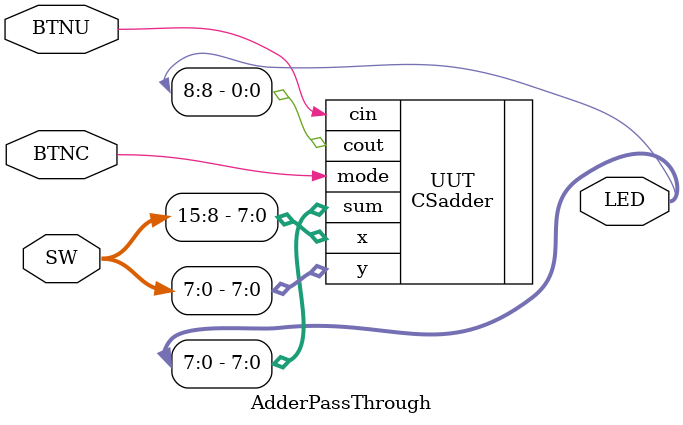
<source format=v>
`timescale 1ns / 1ps

module AdderPassThrough(
    input [15:0] SW,
    input BTNC,
    input BTNU,
    output [8:0] LED
    );
    
CSadder UUT(
    .x(SW[15:8]),
    .y(SW[7:0]),
    .mode(BTNC),
    .cin(BTNU),
    .sum(LED[7:0]),
    .cout(LED[8])
);
endmodule

</source>
